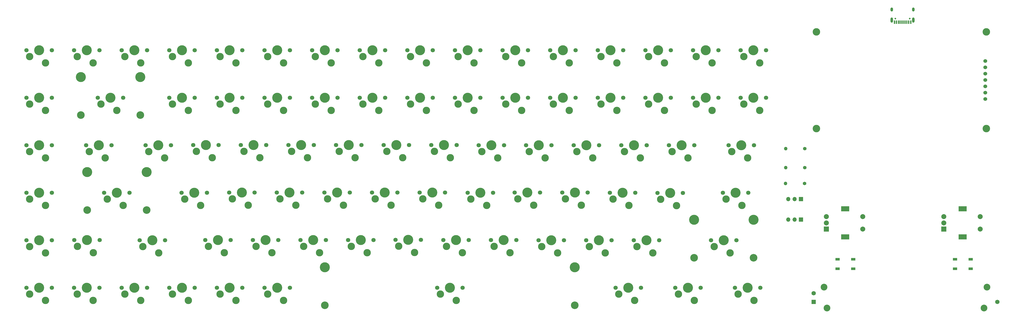
<source format=gbs>
%TF.GenerationSoftware,KiCad,Pcbnew,(5.1.12)-1*%
%TF.CreationDate,2022-01-08T21:51:44+01:00*%
%TF.ProjectId,OLEDUKEY,4f4c4544-554b-4455-992e-6b696361645f,rev?*%
%TF.SameCoordinates,Original*%
%TF.FileFunction,Soldermask,Bot*%
%TF.FilePolarity,Negative*%
%FSLAX46Y46*%
G04 Gerber Fmt 4.6, Leading zero omitted, Abs format (unit mm)*
G04 Created by KiCad (PCBNEW (5.1.12)-1) date 2022-01-08 21:51:44*
%MOMM*%
%LPD*%
G01*
G04 APERTURE LIST*
%ADD10C,2.950000*%
%ADD11C,4.000000*%
%ADD12C,1.700000*%
%ADD13C,3.050000*%
%ADD14R,1.700000X1.000000*%
%ADD15O,1.700000X1.700000*%
%ADD16R,1.700000X1.700000*%
%ADD17R,1.750000X1.750000*%
%ADD18C,1.750000*%
%ADD19C,2.700000*%
%ADD20C,2.000000*%
%ADD21R,3.200000X2.000000*%
%ADD22R,2.000000X2.000000*%
%ADD23C,3.000000*%
%ADD24C,1.524000*%
%ADD25O,1.400000X1.400000*%
%ADD26C,1.400000*%
%ADD27O,1.000000X1.600000*%
%ADD28C,0.650000*%
%ADD29O,1.000000X2.100000*%
%ADD30R,0.300000X1.450000*%
%ADD31R,0.600000X1.450000*%
G04 APERTURE END LIST*
D10*
%TO.C,SW54*%
X72390000Y-85090000D03*
X66040000Y-82550000D03*
D11*
X69850000Y-80010000D03*
D12*
X74930000Y-80010000D03*
X64770000Y-80010000D03*
%TD*%
D10*
%TO.C,SW90*%
X-22860000Y-85090000D03*
X-29210000Y-82550000D03*
D11*
X-25400000Y-80010000D03*
D12*
X-20320000Y-80010000D03*
X-30480000Y-80010000D03*
%TD*%
D10*
%TO.C,SW89*%
X-22860000Y-66040000D03*
X-29210000Y-63500000D03*
D11*
X-25400000Y-60960000D03*
D12*
X-20320000Y-60960000D03*
X-30480000Y-60960000D03*
%TD*%
D10*
%TO.C,SW88*%
X-22860000Y-46990000D03*
X-29210000Y-44450000D03*
D11*
X-25400000Y-41910000D03*
D12*
X-20320000Y-41910000D03*
X-30480000Y-41910000D03*
%TD*%
D10*
%TO.C,SW87*%
X-22860000Y-27940000D03*
X-29210000Y-25400000D03*
D11*
X-25400000Y-22860000D03*
D12*
X-20320000Y-22860000D03*
X-30480000Y-22860000D03*
%TD*%
D10*
%TO.C,SW86*%
X-22860000Y-8890000D03*
X-29210000Y-6350000D03*
D11*
X-25400000Y-3810000D03*
D12*
X-20320000Y-3810000D03*
X-30480000Y-3810000D03*
%TD*%
D10*
%TO.C,SW85*%
X-22860000Y10160000D03*
X-29210000Y12700000D03*
D11*
X-25400000Y15240000D03*
D12*
X-20320000Y15240000D03*
X-30480000Y15240000D03*
%TD*%
D10*
%TO.C,SW84*%
X-3810000Y-85090000D03*
X-10160000Y-82550000D03*
D11*
X-6350000Y-80010000D03*
D12*
X-1270000Y-80010000D03*
X-11430000Y-80010000D03*
%TD*%
D10*
%TO.C,SW83*%
X-3783997Y-66022703D03*
X-10133997Y-63482703D03*
D11*
X-6323997Y-60942703D03*
D12*
X-1243997Y-60942703D03*
X-11403997Y-60942703D03*
%TD*%
D10*
%TO.C,SW82*%
X8199928Y-46996635D03*
X1849928Y-44456635D03*
D13*
X-6240072Y-48916635D03*
X17559928Y-48916635D03*
D11*
X17559928Y-33676635D03*
X-6240072Y-33676635D03*
D12*
X579928Y-41916635D03*
X10739928Y-41916635D03*
D11*
X5659928Y-41916635D03*
X5659928Y-41916635D03*
D12*
X10739928Y-41916635D03*
X579928Y-41916635D03*
%TD*%
D10*
%TO.C,SW81*%
X1010000Y-27940000D03*
X-5340000Y-25400000D03*
D11*
X-1530000Y-22860000D03*
D12*
X3550000Y-22860000D03*
X-6610000Y-22860000D03*
%TD*%
D10*
%TO.C,SW80*%
X5684062Y-8882196D03*
X-665938Y-6342196D03*
D13*
X-8755938Y-10802196D03*
X15044062Y-10802196D03*
D11*
X15044062Y4437804D03*
X-8755938Y4437804D03*
D12*
X-1935938Y-3802196D03*
X8224062Y-3802196D03*
D11*
X3144062Y-3802196D03*
X3144062Y-3802196D03*
D12*
X8224062Y-3802196D03*
X-1935938Y-3802196D03*
%TD*%
D10*
%TO.C,SW79*%
X-3810000Y10160000D03*
X-10160000Y12700000D03*
D11*
X-6350000Y15240000D03*
D12*
X-1270000Y15240000D03*
X-11430000Y15240000D03*
%TD*%
D10*
%TO.C,SW76*%
X24759000Y-27940000D03*
X18409000Y-25400000D03*
D11*
X22219000Y-22860000D03*
D12*
X27299000Y-22860000D03*
X17139000Y-22860000D03*
%TD*%
D10*
%TO.C,SW75*%
X34290000Y-8890000D03*
X27940000Y-6350000D03*
D11*
X31750000Y-3810000D03*
D12*
X36830000Y-3810000D03*
X26670000Y-3810000D03*
%TD*%
D10*
%TO.C,SW74*%
X15240000Y10160000D03*
X8890000Y12700000D03*
D11*
X12700000Y15240000D03*
D12*
X17780000Y15240000D03*
X7620000Y15240000D03*
%TD*%
D10*
%TO.C,SW73*%
X34290000Y10160000D03*
X27940000Y12700000D03*
D11*
X31750000Y15240000D03*
D12*
X36830000Y15240000D03*
X26670000Y15240000D03*
%TD*%
D10*
%TO.C,SW72*%
X15240000Y-85090000D03*
X8890000Y-82550000D03*
D11*
X12700000Y-80010000D03*
D12*
X17780000Y-80010000D03*
X7620000Y-80010000D03*
%TD*%
D10*
%TO.C,SW71*%
X22423076Y-66059657D03*
X16073076Y-63519657D03*
D11*
X19883076Y-60979657D03*
D12*
X24963076Y-60979657D03*
X14803076Y-60979657D03*
%TD*%
D10*
%TO.C,SW70*%
X39139778Y-46982095D03*
X32789778Y-44442095D03*
D11*
X36599778Y-41902095D03*
D12*
X41679778Y-41902095D03*
X31519778Y-41902095D03*
%TD*%
D10*
%TO.C,SW69*%
X43802656Y-27922703D03*
X37452656Y-25382703D03*
D11*
X41262656Y-22842703D03*
D12*
X46342656Y-22842703D03*
X36182656Y-22842703D03*
%TD*%
D10*
%TO.C,SW68*%
X53340000Y-8890000D03*
X46990000Y-6350000D03*
D11*
X50800000Y-3810000D03*
D12*
X55880000Y-3810000D03*
X45720000Y-3810000D03*
%TD*%
D10*
%TO.C,SW67*%
X53340000Y10160000D03*
X46990000Y12700000D03*
D11*
X50800000Y15240000D03*
D12*
X55880000Y15240000D03*
X45720000Y15240000D03*
%TD*%
D10*
%TO.C,SW66*%
X34290000Y-85090000D03*
X27940000Y-82550000D03*
D11*
X31750000Y-80010000D03*
D12*
X36830000Y-80010000D03*
X26670000Y-80010000D03*
%TD*%
D10*
%TO.C,SW65*%
X48649767Y-65997188D03*
X42299767Y-63457188D03*
D11*
X46109767Y-60917188D03*
D12*
X51189767Y-60917188D03*
X41029767Y-60917188D03*
%TD*%
D10*
%TO.C,SW64*%
X58189778Y-46955013D03*
X51839778Y-44415013D03*
D11*
X55649778Y-41875013D03*
D12*
X60729778Y-41875013D03*
X50569778Y-41875013D03*
%TD*%
D10*
%TO.C,SW63*%
X62852656Y-27922703D03*
X56502656Y-25382703D03*
D11*
X60312656Y-22842703D03*
D12*
X65392656Y-22842703D03*
X55232656Y-22842703D03*
%TD*%
D10*
%TO.C,SW62*%
X72390000Y-8890000D03*
X66040000Y-6350000D03*
D11*
X69850000Y-3810000D03*
D12*
X74930000Y-3810000D03*
X64770000Y-3810000D03*
%TD*%
D10*
%TO.C,SW61*%
X72390000Y10160000D03*
X66040000Y12700000D03*
D11*
X69850000Y15240000D03*
D12*
X74930000Y15240000D03*
X64770000Y15240000D03*
%TD*%
D10*
%TO.C,SW60*%
X53340000Y-85090000D03*
X46990000Y-82550000D03*
D11*
X50800000Y-80010000D03*
D12*
X55880000Y-80010000D03*
X45720000Y-80010000D03*
%TD*%
D10*
%TO.C,SW59*%
X67711978Y-65951154D03*
X61361978Y-63411154D03*
D11*
X65171978Y-60871154D03*
D12*
X70251978Y-60871154D03*
X60091978Y-60871154D03*
%TD*%
D10*
%TO.C,SW58*%
X77239778Y-46955013D03*
X70889778Y-44415013D03*
D11*
X74699778Y-41875013D03*
D12*
X79779778Y-41875013D03*
X69619778Y-41875013D03*
%TD*%
D10*
%TO.C,SW57*%
X81902656Y-27922703D03*
X75552656Y-25382703D03*
D11*
X79362656Y-22842703D03*
D12*
X84442656Y-22842703D03*
X74282656Y-22842703D03*
%TD*%
D10*
%TO.C,SW56*%
X91440000Y-8890000D03*
X85090000Y-6350000D03*
D11*
X88900000Y-3810000D03*
D12*
X93980000Y-3810000D03*
X83820000Y-3810000D03*
%TD*%
D10*
%TO.C,SW55*%
X91440000Y10160000D03*
X85090000Y12700000D03*
D11*
X88900000Y15240000D03*
D12*
X93980000Y15240000D03*
X83820000Y15240000D03*
%TD*%
D10*
%TO.C,SW53*%
X86761978Y-65951154D03*
X80411978Y-63411154D03*
D11*
X84221978Y-60871154D03*
D12*
X89301978Y-60871154D03*
X79141978Y-60871154D03*
%TD*%
D10*
%TO.C,SW52*%
X96289778Y-46955013D03*
X89939778Y-44415013D03*
D11*
X93749778Y-41875013D03*
D12*
X98829778Y-41875013D03*
X88669778Y-41875013D03*
%TD*%
D10*
%TO.C,SW51*%
X100952656Y-27922703D03*
X94602656Y-25382703D03*
D11*
X98412656Y-22842703D03*
D12*
X103492656Y-22842703D03*
X93332656Y-22842703D03*
%TD*%
D10*
%TO.C,SW50*%
X110490000Y-8890000D03*
X104140000Y-6350000D03*
D11*
X107950000Y-3810000D03*
D12*
X113030000Y-3810000D03*
X102870000Y-3810000D03*
%TD*%
D10*
%TO.C,SW49*%
X110490000Y10160000D03*
X104140000Y12700000D03*
D11*
X107950000Y15240000D03*
D12*
X113030000Y15240000D03*
X102870000Y15240000D03*
%TD*%
D10*
%TO.C,SW47*%
X105811978Y-65951154D03*
X99461978Y-63411154D03*
D11*
X103271978Y-60871154D03*
D12*
X108351978Y-60871154D03*
X98191978Y-60871154D03*
%TD*%
D10*
%TO.C,SW46*%
X115361449Y-46947108D03*
X109011449Y-44407108D03*
D11*
X112821449Y-41867108D03*
D12*
X117901449Y-41867108D03*
X107741449Y-41867108D03*
%TD*%
D10*
%TO.C,SW45*%
X120002656Y-27922703D03*
X113652656Y-25382703D03*
D11*
X117462656Y-22842703D03*
D12*
X122542656Y-22842703D03*
X112382656Y-22842703D03*
%TD*%
D10*
%TO.C,SW44*%
X129540000Y-8890000D03*
X123190000Y-6350000D03*
D11*
X127000000Y-3810000D03*
D12*
X132080000Y-3810000D03*
X121920000Y-3810000D03*
%TD*%
D10*
%TO.C,SW43*%
X129540000Y10160000D03*
X123190000Y12700000D03*
D11*
X127000000Y15240000D03*
D12*
X132080000Y15240000D03*
X121920000Y15240000D03*
%TD*%
D10*
%TO.C,SW41*%
X124808277Y-65933857D03*
X118458277Y-63393857D03*
D11*
X122268277Y-60853857D03*
D12*
X127348277Y-60853857D03*
X117188277Y-60853857D03*
%TD*%
D10*
%TO.C,SW40*%
X134411449Y-46920026D03*
X128061449Y-44380026D03*
D11*
X131871449Y-41840026D03*
D12*
X136951449Y-41840026D03*
X126791449Y-41840026D03*
%TD*%
D10*
%TO.C,SW39*%
X139052656Y-27922703D03*
X132702656Y-25382703D03*
D11*
X136512656Y-22842703D03*
D12*
X141592656Y-22842703D03*
X131432656Y-22842703D03*
%TD*%
D10*
%TO.C,SW38*%
X148590000Y-8890000D03*
X142240000Y-6350000D03*
D11*
X146050000Y-3810000D03*
D12*
X151130000Y-3810000D03*
X140970000Y-3810000D03*
%TD*%
D10*
%TO.C,SW37*%
X148590000Y10160000D03*
X142240000Y12700000D03*
D11*
X146050000Y15240000D03*
D12*
X151130000Y15240000D03*
X140970000Y15240000D03*
%TD*%
D10*
%TO.C,SW36*%
X141420678Y-85145706D03*
X135070678Y-82605706D03*
D13*
X88880678Y-87065706D03*
X188880678Y-87065706D03*
D11*
X188880678Y-71825706D03*
X88880678Y-71825706D03*
D12*
X133800678Y-80065706D03*
X143960678Y-80065706D03*
D11*
X138880678Y-80065706D03*
X138880678Y-80065706D03*
D12*
X143960678Y-80065706D03*
X133800678Y-80065706D03*
%TD*%
D10*
%TO.C,SW35*%
X143898090Y-66000303D03*
X137548090Y-63460303D03*
D11*
X141358090Y-60920303D03*
D12*
X146438090Y-60920303D03*
X136278090Y-60920303D03*
%TD*%
D10*
%TO.C,SW34*%
X153670000Y-46990000D03*
X147320000Y-44450000D03*
D11*
X151130000Y-41910000D03*
D12*
X156210000Y-41910000D03*
X146050000Y-41910000D03*
%TD*%
D10*
%TO.C,SW33*%
X158091893Y-27969487D03*
X151741893Y-25429487D03*
D11*
X155551893Y-22889487D03*
D12*
X160631893Y-22889487D03*
X150471893Y-22889487D03*
%TD*%
D10*
%TO.C,SW32*%
X167640000Y-8890000D03*
X161290000Y-6350000D03*
D11*
X165100000Y-3810000D03*
D12*
X170180000Y-3810000D03*
X160020000Y-3810000D03*
%TD*%
D10*
%TO.C,SW31*%
X167640000Y10160000D03*
X161290000Y12700000D03*
D11*
X165100000Y15240000D03*
D12*
X170180000Y15240000D03*
X160020000Y15240000D03*
%TD*%
D10*
%TO.C,SW29*%
X162952023Y-65994518D03*
X156602023Y-63454518D03*
D11*
X160412023Y-60914518D03*
D12*
X165492023Y-60914518D03*
X155332023Y-60914518D03*
%TD*%
D10*
%TO.C,SW28*%
X172474802Y-46922969D03*
X166124802Y-44382969D03*
D11*
X169934802Y-41842969D03*
D12*
X175014802Y-41842969D03*
X164854802Y-41842969D03*
%TD*%
D10*
%TO.C,SW27*%
X177038852Y-27933867D03*
X170688852Y-25393867D03*
D11*
X174498852Y-22853867D03*
D12*
X179578852Y-22853867D03*
X169418852Y-22853867D03*
%TD*%
D10*
%TO.C,SW26*%
X186690000Y-8890000D03*
X180340000Y-6350000D03*
D11*
X184150000Y-3810000D03*
D12*
X189230000Y-3810000D03*
X179070000Y-3810000D03*
%TD*%
D10*
%TO.C,SW25*%
X186690000Y10160000D03*
X180340000Y12700000D03*
D11*
X184150000Y15240000D03*
D12*
X189230000Y15240000D03*
X179070000Y15240000D03*
%TD*%
D10*
%TO.C,SW23*%
X181991000Y-66040000D03*
X175641000Y-63500000D03*
D11*
X179451000Y-60960000D03*
D12*
X184531000Y-60960000D03*
X174371000Y-60960000D03*
%TD*%
D10*
%TO.C,SW22*%
X191490945Y-46961077D03*
X185140945Y-44421077D03*
D11*
X188950945Y-41881077D03*
D12*
X194030945Y-41881077D03*
X183870945Y-41881077D03*
%TD*%
D10*
%TO.C,SW21*%
X196089236Y-27933867D03*
X189739236Y-25393867D03*
D11*
X193549236Y-22853867D03*
D12*
X198629236Y-22853867D03*
X188469236Y-22853867D03*
%TD*%
D10*
%TO.C,SW20*%
X205740000Y-8890000D03*
X199390000Y-6350000D03*
D11*
X203200000Y-3810000D03*
D12*
X208280000Y-3810000D03*
X198120000Y-3810000D03*
%TD*%
D10*
%TO.C,SW19*%
X205740000Y10160000D03*
X199390000Y12700000D03*
D11*
X203200000Y15240000D03*
D12*
X208280000Y15240000D03*
X198120000Y15240000D03*
%TD*%
D10*
%TO.C,SW18*%
X212846000Y-85090000D03*
X206496000Y-82550000D03*
D11*
X210306000Y-80010000D03*
D12*
X215386000Y-80010000D03*
X205226000Y-80010000D03*
%TD*%
D10*
%TO.C,SW17*%
X201041000Y-66040000D03*
X194691000Y-63500000D03*
D11*
X198501000Y-60960000D03*
D12*
X203581000Y-60960000D03*
X193421000Y-60960000D03*
%TD*%
D10*
%TO.C,SW16*%
X210560000Y-46990000D03*
X204210000Y-44450000D03*
D11*
X208020000Y-41910000D03*
D12*
X213100000Y-41910000D03*
X202940000Y-41910000D03*
%TD*%
D10*
%TO.C,SW15*%
X215139621Y-27933867D03*
X208789621Y-25393867D03*
D11*
X212599621Y-22853867D03*
D12*
X217679621Y-22853867D03*
X207519621Y-22853867D03*
%TD*%
D10*
%TO.C,SW14*%
X224790000Y-8890000D03*
X218440000Y-6350000D03*
D11*
X222250000Y-3810000D03*
D12*
X227330000Y-3810000D03*
X217170000Y-3810000D03*
%TD*%
D10*
%TO.C,SW13*%
X224790000Y10160000D03*
X218440000Y12700000D03*
D11*
X222250000Y15240000D03*
D12*
X227330000Y15240000D03*
X217170000Y15240000D03*
%TD*%
D10*
%TO.C,SW12*%
X236728000Y-85090000D03*
X230378000Y-82550000D03*
D11*
X234188000Y-80010000D03*
D12*
X239268000Y-80010000D03*
X229108000Y-80010000D03*
%TD*%
D10*
%TO.C,SW11*%
X220091000Y-66040000D03*
X213741000Y-63500000D03*
D11*
X217551000Y-60960000D03*
D12*
X222631000Y-60960000D03*
X212471000Y-60960000D03*
%TD*%
D10*
%TO.C,SW10*%
X229627769Y-47072314D03*
X223277769Y-44532314D03*
D11*
X227087769Y-41992314D03*
D12*
X232167769Y-41992314D03*
X222007769Y-41992314D03*
%TD*%
D10*
%TO.C,SW9*%
X234190005Y-27933867D03*
X227840005Y-25393867D03*
D11*
X231650005Y-22853867D03*
D12*
X236730005Y-22853867D03*
X226570005Y-22853867D03*
%TD*%
D10*
%TO.C,SW8*%
X243840000Y-8890000D03*
X237490000Y-6350000D03*
D11*
X241300000Y-3810000D03*
D12*
X246380000Y-3810000D03*
X236220000Y-3810000D03*
%TD*%
D10*
%TO.C,SW7*%
X243840000Y10160000D03*
X237490000Y12700000D03*
D11*
X241300000Y15240000D03*
D12*
X246380000Y15240000D03*
X236220000Y15240000D03*
%TD*%
D10*
%TO.C,SW6*%
X260559662Y-85115668D03*
X254209662Y-82575668D03*
D11*
X258019662Y-80035668D03*
D12*
X263099662Y-80035668D03*
X252939662Y-80035668D03*
%TD*%
D10*
%TO.C,SW5*%
X251050714Y-66077426D03*
X244700714Y-63537426D03*
D13*
X236610714Y-67997426D03*
X260410714Y-67997426D03*
D11*
X260410714Y-52757426D03*
X236610714Y-52757426D03*
D12*
X243430714Y-60997426D03*
X253590714Y-60997426D03*
D11*
X248510714Y-60997426D03*
X248510714Y-60997426D03*
D12*
X253590714Y-60997426D03*
X243430714Y-60997426D03*
%TD*%
D10*
%TO.C,SW4*%
X255792489Y-47037919D03*
X249442489Y-44497919D03*
D11*
X253252489Y-41957919D03*
D12*
X258332489Y-41957919D03*
X248172489Y-41957919D03*
%TD*%
D10*
%TO.C,SW3*%
X258064000Y-27940000D03*
X251714000Y-25400000D03*
D11*
X255524000Y-22860000D03*
D12*
X260604000Y-22860000D03*
X250444000Y-22860000D03*
%TD*%
D10*
%TO.C,SW2*%
X262890000Y-8890000D03*
X256540000Y-6350000D03*
D11*
X260350000Y-3810000D03*
D12*
X265430000Y-3810000D03*
X255270000Y-3810000D03*
%TD*%
D10*
%TO.C,SW1*%
X262890000Y10160000D03*
X256540000Y12700000D03*
D11*
X260350000Y15240000D03*
D12*
X265430000Y15240000D03*
X255270000Y15240000D03*
%TD*%
D14*
%TO.C,SW92*%
X300330000Y-68585000D03*
X294030000Y-68585000D03*
X300330000Y-72385000D03*
X294030000Y-72385000D03*
%TD*%
%TO.C,SW91*%
X347320000Y-68585000D03*
X341020000Y-68585000D03*
X347320000Y-72385000D03*
X341020000Y-72385000D03*
%TD*%
D15*
%TO.C,J701*%
X274320000Y-44450000D03*
X276860000Y-44450000D03*
D16*
X279400000Y-44450000D03*
%TD*%
D15*
%TO.C,J301*%
X274320000Y-52705000D03*
X276860000Y-52705000D03*
D16*
X279400000Y-52705000D03*
%TD*%
D17*
%TO.C,RV1*%
X284480000Y-85725000D03*
D18*
X284480000Y-82225000D03*
X357980000Y-85725000D03*
D19*
X289830000Y-88175000D03*
X352630000Y-88175000D03*
X288630000Y-79775000D03*
X353830000Y-79775000D03*
%TD*%
D20*
%TO.C,SW94*%
X304060000Y-51515000D03*
X304060000Y-56515000D03*
D21*
X297060000Y-48415000D03*
X297060000Y-59615000D03*
D20*
X289560000Y-51515000D03*
X289560000Y-54015000D03*
D22*
X289560000Y-56515000D03*
%TD*%
D23*
%TO.C,U2*%
X353573080Y-16179800D03*
X285562040Y-16179800D03*
X285567120Y22606000D03*
X353562920Y22616160D03*
D24*
X353085400Y10896600D03*
X353085400Y8356600D03*
X353085400Y5816600D03*
X353085400Y3276600D03*
X353085400Y736600D03*
X353085400Y-1803400D03*
X353085400Y-4343400D03*
%TD*%
D20*
%TO.C,SW93*%
X351050000Y-51515000D03*
X351050000Y-56515000D03*
D21*
X344050000Y-48415000D03*
X344050000Y-59615000D03*
D20*
X336550000Y-51515000D03*
X336550000Y-54015000D03*
D22*
X336550000Y-56515000D03*
%TD*%
D25*
%TO.C,R3*%
X273304000Y-24257000D03*
D26*
X280924000Y-24257000D03*
%TD*%
D25*
%TO.C,R2*%
X273304000Y-31877000D03*
D26*
X280924000Y-31877000D03*
%TD*%
D25*
%TO.C,R1*%
X273177000Y-38227000D03*
D26*
X280797000Y-38227000D03*
%TD*%
D27*
%TO.C,J1*%
X324360000Y31530000D03*
D28*
X322930000Y27880000D03*
D27*
X315720000Y31530000D03*
D28*
X317150000Y27880000D03*
D29*
X315720000Y27350000D03*
X324360000Y27350000D03*
D30*
X319790000Y26435000D03*
X321790000Y26435000D03*
X321290000Y26435000D03*
X320790000Y26435000D03*
X320290000Y26435000D03*
X319290000Y26435000D03*
X318790000Y26435000D03*
X318290000Y26435000D03*
D31*
X323290000Y26435000D03*
X322490000Y26435000D03*
X317590000Y26435000D03*
X316790000Y26435000D03*
X316790000Y26435000D03*
X317590000Y26435000D03*
X322490000Y26435000D03*
X323290000Y26435000D03*
%TD*%
M02*

</source>
